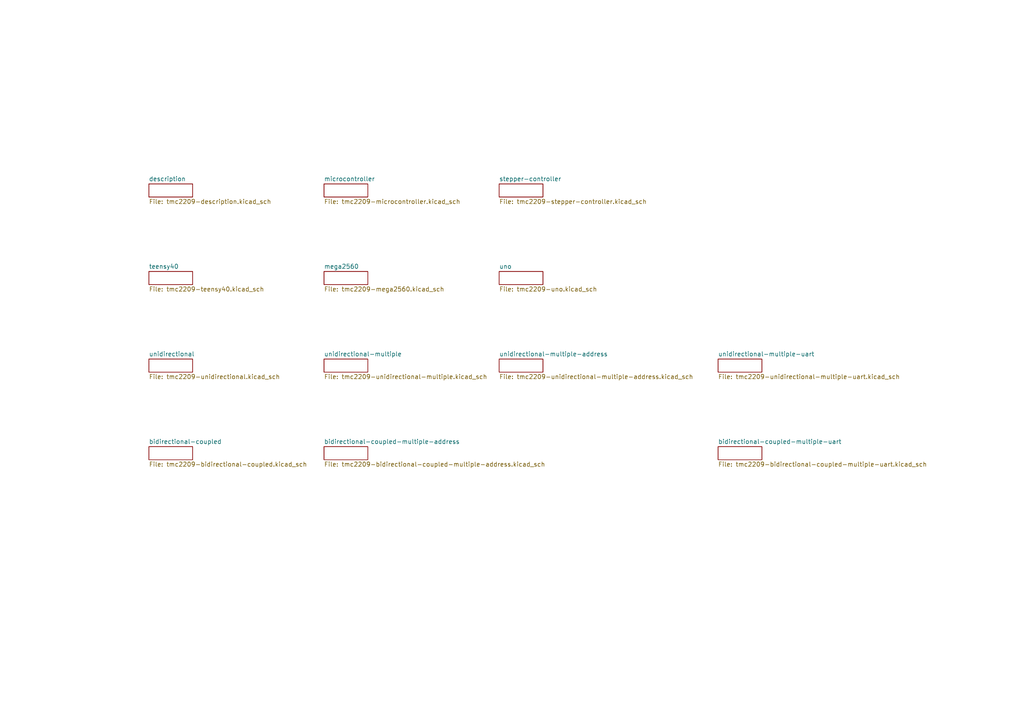
<source format=kicad_sch>
(kicad_sch (version 20230121) (generator eeschema)
  (paper "A4")
  (title_block (title "Trinamic Wiring") (date "2024-08-01") (rev "0.5") (company "Janelia Research Campus"))
  (lib_symbols)
  (sheet (at 208.28 129.54) (size 12.7 3.81) (stroke (width 0.1524))
    (property "Sheetname" "bidirectional-coupled-multiple-uart" (at 208.28 128.8284 0) (effects (justify left bottom)))
    (property "Sheetfile" "tmc2209-bidirectional-coupled-multiple-uart.kicad_sch" (at 208.28 133.9346 0) (effects (justify left top)))
  )
  (sheet (at 43.18 104.14) (size 12.7 3.81) (stroke (width 0.1524))
    (property "Sheetname" "unidirectional" (at 43.18 103.4284 0) (effects (justify left bottom)))
    (property "Sheetfile" "tmc2209-unidirectional.kicad_sch" (at 43.18 108.5346 0) (effects (justify left top)))
  )
  (sheet (at 144.78 53.34) (size 12.7 3.81) (stroke (width 0.1524))
    (property "Sheetname" "stepper-controller" (at 144.78 52.6284 0) (effects (justify left bottom)))
    (property "Sheetfile" "tmc2209-stepper-controller.kicad_sch" (at 144.78 57.7346 0) (effects (justify left top)))
  )
  (sheet (at 43.18 78.74) (size 12.7 3.81) (stroke (width 0.1524))
    (property "Sheetname" "teensy40" (at 43.18 78.0284 0) (effects (justify left bottom)))
    (property "Sheetfile" "tmc2209-teensy40.kicad_sch" (at 43.18 83.1346 0) (effects (justify left top)))
  )
  (sheet (at 93.98 104.14) (size 12.7 3.81) (stroke (width 0.1524))
    (property "Sheetname" "unidirectional-multiple" (at 93.98 103.4284 0) (effects (justify left bottom)))
    (property "Sheetfile" "tmc2209-unidirectional-multiple.kicad_sch" (at 93.98 108.5346 0) (effects (justify left top)))
  )
  (sheet (at 93.98 129.54) (size 12.7 3.81) (stroke (width 0.1524))
    (property "Sheetname" "bidirectional-coupled-multiple-address" (at 93.98 128.8284 0) (effects (justify left bottom)))
    (property "Sheetfile" "tmc2209-bidirectional-coupled-multiple-address.kicad_sch" (at 93.98 133.9346 0) (effects (justify left top)))
  )
  (sheet (at 144.78 78.74) (size 12.7 3.81) (stroke (width 0.1524))
    (property "Sheetname" "uno" (at 144.78 78.0284 0) (effects (justify left bottom)))
    (property "Sheetfile" "tmc2209-uno.kicad_sch" (at 144.78 83.1346 0) (effects (justify left top)))
  )
  (sheet (at 43.18 53.34) (size 12.7 3.81) (stroke (width 0.1524))
    (property "Sheetname" "description" (at 43.18 52.6284 0) (effects (justify left bottom)))
    (property "Sheetfile" "tmc2209-description.kicad_sch" (at 43.18 57.7346 0) (effects (justify left top)))
  )
  (sheet (at 93.98 53.34) (size 12.7 3.81) (stroke (width 0.1524))
    (property "Sheetname" "microcontroller" (at 93.98 52.6284 0) (effects (justify left bottom)))
    (property "Sheetfile" "tmc2209-microcontroller.kicad_sch" (at 93.98 57.7346 0) (effects (justify left top)))
  )
  (sheet (at 144.78 104.14) (size 12.7 3.81) (stroke (width 0.1524))
    (property "Sheetname" "unidirectional-multiple-address" (at 144.78 103.4284 0) (effects (justify left bottom)))
    (property "Sheetfile" "tmc2209-unidirectional-multiple-address.kicad_sch" (at 144.78 108.5346 0) (effects (justify left top)))
  )
  (sheet (at 208.28 104.14) (size 12.7 3.81) (stroke (width 0.1524))
    (property "Sheetname" "unidirectional-multiple-uart" (at 208.28 103.4284 0) (effects (justify left bottom)))
    (property "Sheetfile" "tmc2209-unidirectional-multiple-uart.kicad_sch" (at 208.28 108.5346 0) (effects (justify left top)))
  )
  (sheet (at 43.18 129.54) (size 12.7 3.81) (stroke (width 0.1524))
    (property "Sheetname" "bidirectional-coupled" (at 43.18 128.8284 0) (effects (justify left bottom)))
    (property "Sheetfile" "tmc2209-bidirectional-coupled.kicad_sch" (at 43.18 133.9346 0) (effects (justify left top)))
  )
  (sheet (at 93.98 78.74) (size 12.7 3.81) (stroke (width 0.1524))
    (property "Sheetname" "mega2560" (at 93.98 78.0284 0) (effects (justify left bottom)))
    (property "Sheetfile" "tmc2209-mega2560.kicad_sch" (at 93.98 83.1346 0) (effects (justify left top)))
  )
)
</source>
